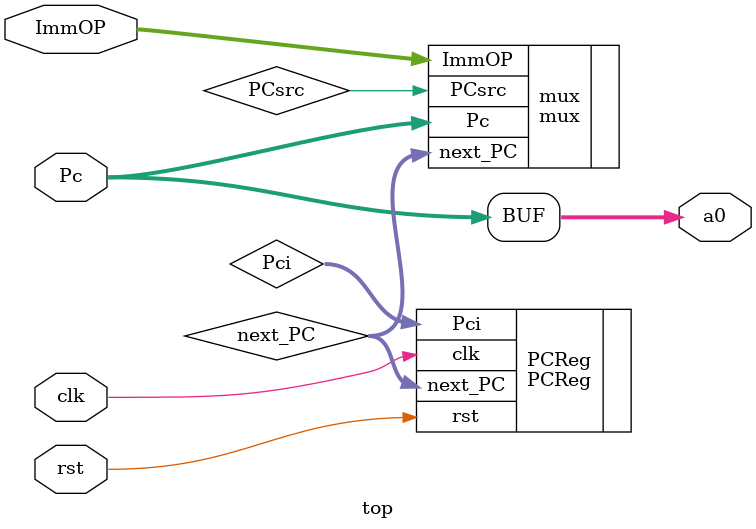
<source format=sv>
module top #(
    DATA_WIDTH = 32
) (
    input   logic clk,
    input   logic rst,
    input   logic [DATA_WIDTH-1:0] Pc,
    input   logic [DATA_WIDTH-1:0] ImmOP,
    output  logic [DATA_WIDTH-1:0] a0    
);

    logic [DATA_WIDTH-1:0] next_PC;
    logic  PCsrc;
    logic [DATA_WIDTH-1:0] Pci;

    assign a0 = Pc;

PCReg PCReg (
  .clk (clk),      
  .rst (rst),    
  .Pci (Pci),       
  .next_PC (next_PC)     	
  );

mux mux (
  .Pc (Pc),     
  .ImmOP (ImmOP),      
  .PCsrc (PCsrc),       
  .next_PC (next_PC)     	
  );


endmodule

</source>
